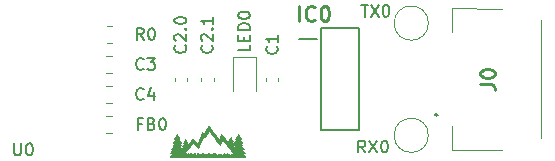
<source format=gbr>
%TF.GenerationSoftware,KiCad,Pcbnew,(5.1.0)-1*%
%TF.CreationDate,2024-04-08T09:54:17+02:00*%
%TF.ProjectId,USB-UART_RS422,5553422d-5541-4525-945f-52533432322e,rev?*%
%TF.SameCoordinates,Original*%
%TF.FileFunction,Legend,Top*%
%TF.FilePolarity,Positive*%
%FSLAX46Y46*%
G04 Gerber Fmt 4.6, Leading zero omitted, Abs format (unit mm)*
G04 Created by KiCad (PCBNEW (5.1.0)-1) date 2024-04-08 09:54:17*
%MOMM*%
%LPD*%
G04 APERTURE LIST*
%ADD10C,0.200000*%
%ADD11C,0.100000*%
%ADD12C,0.010000*%
%ADD13C,0.120000*%
%ADD14C,0.254000*%
%ADD15C,0.150000*%
G04 APERTURE END LIST*
D10*
%TO.C,J0*%
X151225000Y-99000000D02*
G75*
G02X151025000Y-99000000I-100000J0D01*
G01*
X151025000Y-99000000D02*
G75*
G02X151225000Y-99000000I100000J0D01*
G01*
X151025000Y-99000000D02*
X151025000Y-99000000D01*
X151225000Y-99000000D02*
X151225000Y-99000000D01*
D11*
X152425000Y-90025000D02*
X152425000Y-92000000D01*
X156725000Y-90025000D02*
X152425000Y-90000000D01*
X152425000Y-101975000D02*
X152425000Y-100000000D01*
X156725000Y-102000000D02*
X152425000Y-101975000D01*
X160025000Y-91000000D02*
X160025000Y-101000000D01*
D12*
%TO.C,G\002A\002A\002A*%
G36*
X131834491Y-99954492D02*
G01*
X131847320Y-99969528D01*
X131878191Y-100008924D01*
X131924955Y-100069849D01*
X131985465Y-100149472D01*
X132057575Y-100244961D01*
X132139136Y-100353485D01*
X132228003Y-100472212D01*
X132284639Y-100548111D01*
X132376587Y-100670805D01*
X132462487Y-100784148D01*
X132540222Y-100885438D01*
X132607672Y-100971972D01*
X132662720Y-101041049D01*
X132703247Y-101089968D01*
X132727134Y-101116026D01*
X132732685Y-101119491D01*
X132742157Y-101099217D01*
X132759638Y-101053010D01*
X132782848Y-100987201D01*
X132809508Y-100908123D01*
X132816800Y-100885933D01*
X132843955Y-100804462D01*
X132868218Y-100734634D01*
X132887319Y-100682768D01*
X132898990Y-100655181D01*
X132900545Y-100652746D01*
X132913599Y-100662134D01*
X132944719Y-100695069D01*
X132991192Y-100748358D01*
X133050303Y-100818804D01*
X133119338Y-100903214D01*
X133195583Y-100998393D01*
X133214777Y-101022640D01*
X133517219Y-101405587D01*
X133554899Y-101332027D01*
X133592580Y-101258467D01*
X133494628Y-101247891D01*
X133560208Y-101160046D01*
X133602688Y-101099057D01*
X133642643Y-101035015D01*
X133663220Y-100997655D01*
X133700653Y-100923109D01*
X133768112Y-101039988D01*
X133806700Y-101103018D01*
X133845623Y-101160369D01*
X133877075Y-101200603D01*
X133879687Y-101203434D01*
X133923803Y-101250000D01*
X133869835Y-101250000D01*
X133832800Y-101253108D01*
X133815962Y-101260657D01*
X133815866Y-101261331D01*
X133824641Y-101286284D01*
X133847340Y-101330001D01*
X133878529Y-101383461D01*
X133912773Y-101437639D01*
X133944637Y-101483513D01*
X133964193Y-101507567D01*
X134007192Y-101553467D01*
X133943808Y-101535966D01*
X133901178Y-101526860D01*
X133874294Y-101526055D01*
X133871454Y-101527434D01*
X133872944Y-101547076D01*
X133888538Y-101585293D01*
X133913277Y-101632667D01*
X133942203Y-101679781D01*
X133970358Y-101717217D01*
X133972786Y-101719900D01*
X134008037Y-101758000D01*
X133962752Y-101758000D01*
X133925880Y-101764630D01*
X133920266Y-101783227D01*
X133941351Y-101807542D01*
X133957768Y-101813219D01*
X133978357Y-101800879D01*
X134008185Y-101766355D01*
X134034106Y-101731187D01*
X134067065Y-101681528D01*
X134088540Y-101641989D01*
X134094118Y-101620758D01*
X134093889Y-101620305D01*
X134071803Y-101609125D01*
X134041713Y-101605600D01*
X133998625Y-101605600D01*
X134046946Y-101550413D01*
X134077746Y-101509283D01*
X134108280Y-101459088D01*
X134133982Y-101408849D01*
X134150284Y-101367587D01*
X134152619Y-101344322D01*
X134151828Y-101343250D01*
X134131885Y-101342104D01*
X134093447Y-101349763D01*
X134086800Y-101351600D01*
X134041225Y-101362166D01*
X134025266Y-101357392D01*
X134037289Y-101334992D01*
X134058011Y-101311323D01*
X134085596Y-101275509D01*
X134118863Y-101223908D01*
X134152604Y-101165803D01*
X134181612Y-101110480D01*
X134200681Y-101067221D01*
X134205333Y-101048663D01*
X134190854Y-101034538D01*
X134163000Y-101029867D01*
X134131140Y-101027239D01*
X134120667Y-101022211D01*
X134129641Y-101005652D01*
X134153401Y-100968749D01*
X134187199Y-100918826D01*
X134194754Y-100907911D01*
X134237448Y-100843649D01*
X134277682Y-100778382D01*
X134306280Y-100727114D01*
X134343719Y-100652961D01*
X134419592Y-100786381D01*
X134458856Y-100852160D01*
X134497474Y-100911375D01*
X134528879Y-100954121D01*
X134536903Y-100963308D01*
X134564205Y-100999597D01*
X134561403Y-101021097D01*
X134527936Y-101029573D01*
X134515778Y-101029867D01*
X134485296Y-101033138D01*
X134476267Y-101038816D01*
X134484820Y-101065399D01*
X134507109Y-101111299D01*
X134538076Y-101167661D01*
X134572662Y-101225628D01*
X134605812Y-101276344D01*
X134630294Y-101308534D01*
X134661347Y-101346241D01*
X134667473Y-101364028D01*
X134646297Y-101364882D01*
X134595810Y-101351890D01*
X134555827Y-101342521D01*
X134532641Y-101341030D01*
X134531283Y-101341739D01*
X134534071Y-101360026D01*
X134550143Y-101398115D01*
X134574804Y-101447109D01*
X134603360Y-101498112D01*
X134631114Y-101542226D01*
X134650419Y-101567500D01*
X134670205Y-101595405D01*
X134661849Y-101608114D01*
X134623466Y-101607780D01*
X134615967Y-101606864D01*
X134596461Y-101615731D01*
X134594800Y-101622720D01*
X134605263Y-101651537D01*
X134632747Y-101697399D01*
X134671393Y-101752382D01*
X134715343Y-101808562D01*
X134758738Y-101858013D01*
X134792702Y-101890403D01*
X134857267Y-101943131D01*
X134776833Y-101943699D01*
X134729944Y-101946429D01*
X134700988Y-101952735D01*
X134696463Y-101956967D01*
X134708007Y-101988843D01*
X134738970Y-102037044D01*
X134784174Y-102094620D01*
X134838438Y-102154621D01*
X134859607Y-102175879D01*
X134902704Y-102218518D01*
X134933642Y-102250212D01*
X134946914Y-102265292D01*
X134946924Y-102265817D01*
X134929311Y-102261229D01*
X134889668Y-102249685D01*
X134858809Y-102240417D01*
X134793166Y-102222269D01*
X134753522Y-102216576D01*
X134734423Y-102223239D01*
X134730267Y-102238078D01*
X134739881Y-102273590D01*
X134765455Y-102327248D01*
X134802083Y-102390523D01*
X134844861Y-102454882D01*
X134885009Y-102507213D01*
X134952268Y-102587559D01*
X131749522Y-102591879D01*
X131422756Y-102592291D01*
X131105112Y-102592633D01*
X130798242Y-102592908D01*
X130503798Y-102593114D01*
X130223432Y-102593254D01*
X129958798Y-102593328D01*
X129711546Y-102593335D01*
X129483330Y-102593278D01*
X129275802Y-102593157D01*
X129090613Y-102592972D01*
X128929417Y-102592724D01*
X128793866Y-102592414D01*
X128685611Y-102592042D01*
X128606305Y-102591609D01*
X128557601Y-102591117D01*
X128541155Y-102590578D01*
X128548768Y-102576761D01*
X128574486Y-102548163D01*
X128591504Y-102531311D01*
X128639843Y-102476397D01*
X128688257Y-102407406D01*
X128712468Y-102365459D01*
X129723303Y-102365459D01*
X129738919Y-102365010D01*
X129770339Y-102347022D01*
X129808546Y-102316800D01*
X129846944Y-102286146D01*
X129876333Y-102268064D01*
X129883497Y-102266000D01*
X129899520Y-102280299D01*
X129920044Y-102316380D01*
X129928718Y-102336301D01*
X129956847Y-102406602D01*
X130020171Y-102344768D01*
X130057801Y-102309857D01*
X130085575Y-102287436D01*
X130094178Y-102282934D01*
X130111688Y-102293847D01*
X130142811Y-102321213D01*
X130155661Y-102333734D01*
X130201038Y-102372054D01*
X130234867Y-102380495D01*
X130262784Y-102358362D01*
X130284816Y-102317800D01*
X130304724Y-102277006D01*
X130320262Y-102262167D01*
X130340251Y-102268047D01*
X130354050Y-102276712D01*
X130395256Y-102294228D01*
X130426303Y-102296879D01*
X130462519Y-102303579D01*
X130496055Y-102324515D01*
X130515819Y-102341385D01*
X130532987Y-102347847D01*
X130555457Y-102341928D01*
X130591129Y-102321654D01*
X130644097Y-102287521D01*
X130667979Y-102275034D01*
X130685048Y-102280195D01*
X130703782Y-102308238D01*
X130716193Y-102332021D01*
X130739333Y-102373466D01*
X130757657Y-102389855D01*
X130780129Y-102387067D01*
X130792251Y-102381915D01*
X130828613Y-102352749D01*
X130853594Y-102314240D01*
X130876151Y-102270298D01*
X130899546Y-102255840D01*
X130931778Y-102267252D01*
X130942610Y-102274022D01*
X130986819Y-102293437D01*
X131041930Y-102306179D01*
X131048922Y-102306996D01*
X131107699Y-102319762D01*
X131169865Y-102343026D01*
X131182359Y-102349213D01*
X131249719Y-102384818D01*
X131289329Y-102306879D01*
X131313200Y-102261983D01*
X131329271Y-102242812D01*
X131344667Y-102244694D01*
X131362216Y-102259056D01*
X131394007Y-102294349D01*
X131426824Y-102339934D01*
X131429510Y-102344212D01*
X131467138Y-102390964D01*
X131504292Y-102404759D01*
X131544989Y-102386206D01*
X131567728Y-102365191D01*
X131616394Y-102328051D01*
X131672279Y-102316810D01*
X131674402Y-102316800D01*
X131731782Y-102309246D01*
X131784058Y-102291301D01*
X131819062Y-102275651D01*
X131837760Y-102278263D01*
X131850384Y-102295534D01*
X131878427Y-102342087D01*
X131897370Y-102361886D01*
X131914100Y-102358033D01*
X131935363Y-102333814D01*
X131968077Y-102291561D01*
X132016598Y-102338047D01*
X132061403Y-102373635D01*
X132095798Y-102379864D01*
X132125769Y-102355407D01*
X132153081Y-102307767D01*
X132176822Y-102262911D01*
X132194806Y-102243670D01*
X132214019Y-102244279D01*
X132224188Y-102249096D01*
X132266353Y-102257899D01*
X132294008Y-102247920D01*
X132342846Y-102238650D01*
X132390481Y-102261280D01*
X132433507Y-102313913D01*
X132442720Y-102330702D01*
X132471185Y-102375757D01*
X132504747Y-102398680D01*
X132540776Y-102407648D01*
X132586916Y-102411436D01*
X132619247Y-102398782D01*
X132650222Y-102369056D01*
X132688726Y-102331641D01*
X132724712Y-102304039D01*
X132729341Y-102301361D01*
X132754010Y-102293592D01*
X132774624Y-102305887D01*
X132798935Y-102340693D01*
X132823934Y-102376961D01*
X132845206Y-102389114D01*
X132875235Y-102382774D01*
X132884679Y-102379295D01*
X132926674Y-102368850D01*
X132952664Y-102378278D01*
X132954844Y-102380338D01*
X132973413Y-102387054D01*
X133001532Y-102373354D01*
X133039796Y-102341628D01*
X133079210Y-102308240D01*
X133109031Y-102286979D01*
X133118512Y-102282934D01*
X133133711Y-102296767D01*
X133154986Y-102331335D01*
X133162067Y-102345438D01*
X133191873Y-102407942D01*
X133232925Y-102355487D01*
X133271477Y-102318038D01*
X133305739Y-102311347D01*
X133306609Y-102311565D01*
X133344627Y-102305351D01*
X133369650Y-102284583D01*
X133395505Y-102258491D01*
X133410929Y-102249067D01*
X133422738Y-102263415D01*
X133440601Y-102299928D01*
X133450900Y-102325267D01*
X133471987Y-102370532D01*
X133492028Y-102397990D01*
X133506507Y-102403054D01*
X133511067Y-102386345D01*
X133523674Y-102364815D01*
X133553898Y-102360765D01*
X133590339Y-102374210D01*
X133606008Y-102386232D01*
X133644885Y-102422755D01*
X133712081Y-102389509D01*
X133770205Y-102368098D01*
X133806360Y-102371420D01*
X133834701Y-102371577D01*
X133872105Y-102354995D01*
X133906758Y-102329453D01*
X133926847Y-102302729D01*
X133927771Y-102291473D01*
X133916317Y-102273882D01*
X133886510Y-102233641D01*
X133840929Y-102173992D01*
X133782153Y-102098175D01*
X133712759Y-102009432D01*
X133635328Y-101911004D01*
X133552437Y-101806134D01*
X133466665Y-101698062D01*
X133380591Y-101590030D01*
X133296793Y-101485279D01*
X133217851Y-101387051D01*
X133146342Y-101298586D01*
X133084846Y-101223128D01*
X133035941Y-101163916D01*
X133002206Y-101124193D01*
X132986218Y-101107200D01*
X132985350Y-101106827D01*
X132977070Y-101124029D01*
X132960619Y-101167593D01*
X132938110Y-101231611D01*
X132911657Y-101310179D01*
X132901212Y-101342001D01*
X132873787Y-101423952D01*
X132849328Y-101492994D01*
X132829972Y-101543396D01*
X132817854Y-101569425D01*
X132815582Y-101571733D01*
X132803543Y-101558600D01*
X132773369Y-101521011D01*
X132727140Y-101461684D01*
X132666936Y-101383334D01*
X132594835Y-101288680D01*
X132512919Y-101180436D01*
X132423266Y-101061321D01*
X132349386Y-100962722D01*
X132255072Y-100837132D01*
X132166704Y-100720470D01*
X132086382Y-100615431D01*
X132016201Y-100524712D01*
X131958259Y-100451008D01*
X131914654Y-100397016D01*
X131887482Y-100365431D01*
X131879044Y-100358085D01*
X131865827Y-100373251D01*
X131838129Y-100412748D01*
X131799015Y-100471940D01*
X131751553Y-100546191D01*
X131701064Y-100627198D01*
X131648565Y-100712040D01*
X131601802Y-100786898D01*
X131563799Y-100846987D01*
X131537582Y-100887523D01*
X131526344Y-100903567D01*
X131506228Y-100902697D01*
X131469559Y-100886670D01*
X131453667Y-100877467D01*
X131414653Y-100855874D01*
X131389198Y-100846468D01*
X131385267Y-100847088D01*
X131379225Y-100859056D01*
X131364954Y-100891652D01*
X131341874Y-100946286D01*
X131309404Y-101024366D01*
X131266961Y-101127298D01*
X131213966Y-101256492D01*
X131149836Y-101413355D01*
X131073990Y-101599295D01*
X131017848Y-101737114D01*
X130981535Y-101826294D01*
X130912801Y-101762781D01*
X130874660Y-101726902D01*
X130819280Y-101673990D01*
X130753609Y-101610720D01*
X130684595Y-101543763D01*
X130673118Y-101532579D01*
X130502169Y-101365889D01*
X130461451Y-101416360D01*
X130397223Y-101496284D01*
X130324126Y-101587768D01*
X130244993Y-101687216D01*
X130162659Y-101791031D01*
X130079956Y-101895617D01*
X129999719Y-101997375D01*
X129924780Y-102092709D01*
X129857975Y-102178023D01*
X129802137Y-102249720D01*
X129760099Y-102304202D01*
X129734695Y-102337873D01*
X129728709Y-102346434D01*
X129723303Y-102365459D01*
X128712468Y-102365459D01*
X128729411Y-102336107D01*
X128755973Y-102274269D01*
X128759451Y-102261767D01*
X128763440Y-102232558D01*
X128754440Y-102218211D01*
X128727024Y-102217745D01*
X128675762Y-102230182D01*
X128641191Y-102240417D01*
X128593132Y-102254759D01*
X128560740Y-102263980D01*
X128553076Y-102265817D01*
X128561783Y-102255097D01*
X128589351Y-102226529D01*
X128630275Y-102185786D01*
X128640393Y-102175879D01*
X128696684Y-102116733D01*
X128745815Y-102057459D01*
X128782608Y-102005009D01*
X128801883Y-101966332D01*
X128803537Y-101956967D01*
X128800191Y-101955308D01*
X129507338Y-101955308D01*
X129514799Y-101979758D01*
X129518081Y-101987039D01*
X129539695Y-102018678D01*
X129563509Y-102018308D01*
X129592989Y-101985681D01*
X129595849Y-101981439D01*
X129609893Y-101956885D01*
X129603264Y-101946548D01*
X129569969Y-101944289D01*
X129559562Y-101944267D01*
X129519964Y-101945844D01*
X129507338Y-101955308D01*
X128800191Y-101955308D01*
X128788382Y-101949454D01*
X128749759Y-101944605D01*
X128723167Y-101943699D01*
X128642733Y-101943131D01*
X128709205Y-101888873D01*
X128745228Y-101853697D01*
X128787664Y-101803915D01*
X128830696Y-101747531D01*
X128868508Y-101692551D01*
X128895280Y-101646981D01*
X128905200Y-101619166D01*
X128892111Y-101606961D01*
X128884033Y-101606864D01*
X128841498Y-101608776D01*
X128829241Y-101597934D01*
X128845378Y-101572183D01*
X128849580Y-101567500D01*
X128873016Y-101536094D01*
X128901207Y-101490304D01*
X128929461Y-101439027D01*
X128953080Y-101391160D01*
X128967370Y-101355601D01*
X128968717Y-101341739D01*
X128949855Y-101341627D01*
X128911880Y-101349757D01*
X128904190Y-101351890D01*
X128853508Y-101364918D01*
X128832488Y-101363980D01*
X128838757Y-101346091D01*
X128869705Y-101308534D01*
X128897216Y-101271965D01*
X128930728Y-101220152D01*
X128965184Y-101161952D01*
X128995527Y-101106221D01*
X129016699Y-101061814D01*
X129023733Y-101038816D01*
X129008992Y-101032528D01*
X128973483Y-101029867D01*
X128972933Y-101029867D01*
X128934037Y-101026182D01*
X128925036Y-101012108D01*
X128944564Y-100983117D01*
X128955267Y-100971380D01*
X128978442Y-100941540D01*
X129012860Y-100891043D01*
X129052753Y-100828516D01*
X129072868Y-100795570D01*
X129157336Y-100655029D01*
X129194247Y-100728148D01*
X129223156Y-100779870D01*
X129263261Y-100844785D01*
X129305246Y-100907911D01*
X129340483Y-100959561D01*
X129366633Y-100999657D01*
X129378948Y-101020876D01*
X129379333Y-101022211D01*
X129364597Y-101027606D01*
X129329138Y-101029867D01*
X129328896Y-101029867D01*
X129294525Y-101032142D01*
X129287235Y-101045698D01*
X129298641Y-101076434D01*
X129321261Y-101121985D01*
X129352552Y-101176781D01*
X129387548Y-101233132D01*
X129421277Y-101283350D01*
X129448771Y-101319744D01*
X129465061Y-101334625D01*
X129465518Y-101334667D01*
X129480330Y-101347742D01*
X129480933Y-101352741D01*
X129467607Y-101363336D01*
X129447066Y-101361208D01*
X129400305Y-101347942D01*
X129379333Y-101341992D01*
X129351099Y-101342379D01*
X129345466Y-101354943D01*
X129355015Y-101390384D01*
X129379552Y-101441334D01*
X129412915Y-101496853D01*
X129448940Y-101546000D01*
X129460435Y-101559033D01*
X129486395Y-101591300D01*
X129486359Y-101606357D01*
X129479868Y-101608179D01*
X129439868Y-101612253D01*
X129430133Y-101613204D01*
X129411976Y-101622623D01*
X129414092Y-101647842D01*
X129437462Y-101692374D01*
X129463026Y-101731185D01*
X129505719Y-101787659D01*
X129551297Y-101839109D01*
X129593569Y-101879441D01*
X129626344Y-101902561D01*
X129639982Y-101905362D01*
X129661488Y-101887584D01*
X129657430Y-101867439D01*
X129634744Y-101859600D01*
X129609166Y-101857306D01*
X129602554Y-101846521D01*
X129615900Y-101821395D01*
X129648550Y-101778174D01*
X129681300Y-101731143D01*
X129705029Y-101687558D01*
X129709666Y-101675335D01*
X129715154Y-101649620D01*
X129705198Y-101640737D01*
X129671997Y-101644376D01*
X129658228Y-101646911D01*
X129594758Y-101658818D01*
X129653844Y-101589789D01*
X129694491Y-101534987D01*
X129729033Y-101476136D01*
X129739503Y-101453113D01*
X129766075Y-101385467D01*
X129680114Y-101385467D01*
X129721876Y-101330434D01*
X129754327Y-101283772D01*
X129792205Y-101223867D01*
X129814092Y-101186744D01*
X129864547Y-101098087D01*
X129958383Y-101241777D01*
X130000215Y-101306552D01*
X130025092Y-101348246D01*
X130034906Y-101371915D01*
X130031548Y-101382618D01*
X130016909Y-101385411D01*
X130012110Y-101385467D01*
X129981329Y-101388357D01*
X129972000Y-101393481D01*
X129979235Y-101416046D01*
X129997067Y-101454256D01*
X130019685Y-101497216D01*
X130041278Y-101534028D01*
X130056035Y-101553797D01*
X130058031Y-101554800D01*
X130074165Y-101542447D01*
X130101918Y-101511122D01*
X130117435Y-101491300D01*
X130182599Y-101406009D01*
X130248897Y-101321303D01*
X130312918Y-101241323D01*
X130371246Y-101170211D01*
X130420470Y-101112108D01*
X130457174Y-101071154D01*
X130477946Y-101051492D01*
X130480851Y-101050418D01*
X130497221Y-101063332D01*
X130533063Y-101095372D01*
X130583530Y-101142094D01*
X130643773Y-101199055D01*
X130661629Y-101216134D01*
X130726243Y-101277871D01*
X130784756Y-101333378D01*
X130831468Y-101377274D01*
X130860681Y-101404182D01*
X130864047Y-101407162D01*
X130872743Y-101416034D01*
X130879739Y-101423364D01*
X130886421Y-101426358D01*
X130894178Y-101422220D01*
X130904394Y-101408153D01*
X130918458Y-101381363D01*
X130937755Y-101339054D01*
X130963673Y-101278430D01*
X130997598Y-101196695D01*
X131040917Y-101091055D01*
X131095017Y-100958713D01*
X131135192Y-100860533D01*
X131171555Y-100772020D01*
X131206145Y-100688312D01*
X131235597Y-100617514D01*
X131256548Y-100567732D01*
X131260383Y-100558779D01*
X131291946Y-100485625D01*
X131349005Y-100529146D01*
X131388257Y-100556243D01*
X131417536Y-100571462D01*
X131423089Y-100572667D01*
X131439830Y-100559204D01*
X131467249Y-100523935D01*
X131498908Y-100475300D01*
X131584860Y-100333275D01*
X131655108Y-100218002D01*
X131711195Y-100127087D01*
X131754663Y-100058137D01*
X131787056Y-100008756D01*
X131809915Y-99976551D01*
X131824784Y-99959127D01*
X131833205Y-99954091D01*
X131834491Y-99954492D01*
X131834491Y-99954492D01*
G37*
X131834491Y-99954492D02*
X131847320Y-99969528D01*
X131878191Y-100008924D01*
X131924955Y-100069849D01*
X131985465Y-100149472D01*
X132057575Y-100244961D01*
X132139136Y-100353485D01*
X132228003Y-100472212D01*
X132284639Y-100548111D01*
X132376587Y-100670805D01*
X132462487Y-100784148D01*
X132540222Y-100885438D01*
X132607672Y-100971972D01*
X132662720Y-101041049D01*
X132703247Y-101089968D01*
X132727134Y-101116026D01*
X132732685Y-101119491D01*
X132742157Y-101099217D01*
X132759638Y-101053010D01*
X132782848Y-100987201D01*
X132809508Y-100908123D01*
X132816800Y-100885933D01*
X132843955Y-100804462D01*
X132868218Y-100734634D01*
X132887319Y-100682768D01*
X132898990Y-100655181D01*
X132900545Y-100652746D01*
X132913599Y-100662134D01*
X132944719Y-100695069D01*
X132991192Y-100748358D01*
X133050303Y-100818804D01*
X133119338Y-100903214D01*
X133195583Y-100998393D01*
X133214777Y-101022640D01*
X133517219Y-101405587D01*
X133554899Y-101332027D01*
X133592580Y-101258467D01*
X133494628Y-101247891D01*
X133560208Y-101160046D01*
X133602688Y-101099057D01*
X133642643Y-101035015D01*
X133663220Y-100997655D01*
X133700653Y-100923109D01*
X133768112Y-101039988D01*
X133806700Y-101103018D01*
X133845623Y-101160369D01*
X133877075Y-101200603D01*
X133879687Y-101203434D01*
X133923803Y-101250000D01*
X133869835Y-101250000D01*
X133832800Y-101253108D01*
X133815962Y-101260657D01*
X133815866Y-101261331D01*
X133824641Y-101286284D01*
X133847340Y-101330001D01*
X133878529Y-101383461D01*
X133912773Y-101437639D01*
X133944637Y-101483513D01*
X133964193Y-101507567D01*
X134007192Y-101553467D01*
X133943808Y-101535966D01*
X133901178Y-101526860D01*
X133874294Y-101526055D01*
X133871454Y-101527434D01*
X133872944Y-101547076D01*
X133888538Y-101585293D01*
X133913277Y-101632667D01*
X133942203Y-101679781D01*
X133970358Y-101717217D01*
X133972786Y-101719900D01*
X134008037Y-101758000D01*
X133962752Y-101758000D01*
X133925880Y-101764630D01*
X133920266Y-101783227D01*
X133941351Y-101807542D01*
X133957768Y-101813219D01*
X133978357Y-101800879D01*
X134008185Y-101766355D01*
X134034106Y-101731187D01*
X134067065Y-101681528D01*
X134088540Y-101641989D01*
X134094118Y-101620758D01*
X134093889Y-101620305D01*
X134071803Y-101609125D01*
X134041713Y-101605600D01*
X133998625Y-101605600D01*
X134046946Y-101550413D01*
X134077746Y-101509283D01*
X134108280Y-101459088D01*
X134133982Y-101408849D01*
X134150284Y-101367587D01*
X134152619Y-101344322D01*
X134151828Y-101343250D01*
X134131885Y-101342104D01*
X134093447Y-101349763D01*
X134086800Y-101351600D01*
X134041225Y-101362166D01*
X134025266Y-101357392D01*
X134037289Y-101334992D01*
X134058011Y-101311323D01*
X134085596Y-101275509D01*
X134118863Y-101223908D01*
X134152604Y-101165803D01*
X134181612Y-101110480D01*
X134200681Y-101067221D01*
X134205333Y-101048663D01*
X134190854Y-101034538D01*
X134163000Y-101029867D01*
X134131140Y-101027239D01*
X134120667Y-101022211D01*
X134129641Y-101005652D01*
X134153401Y-100968749D01*
X134187199Y-100918826D01*
X134194754Y-100907911D01*
X134237448Y-100843649D01*
X134277682Y-100778382D01*
X134306280Y-100727114D01*
X134343719Y-100652961D01*
X134419592Y-100786381D01*
X134458856Y-100852160D01*
X134497474Y-100911375D01*
X134528879Y-100954121D01*
X134536903Y-100963308D01*
X134564205Y-100999597D01*
X134561403Y-101021097D01*
X134527936Y-101029573D01*
X134515778Y-101029867D01*
X134485296Y-101033138D01*
X134476267Y-101038816D01*
X134484820Y-101065399D01*
X134507109Y-101111299D01*
X134538076Y-101167661D01*
X134572662Y-101225628D01*
X134605812Y-101276344D01*
X134630294Y-101308534D01*
X134661347Y-101346241D01*
X134667473Y-101364028D01*
X134646297Y-101364882D01*
X134595810Y-101351890D01*
X134555827Y-101342521D01*
X134532641Y-101341030D01*
X134531283Y-101341739D01*
X134534071Y-101360026D01*
X134550143Y-101398115D01*
X134574804Y-101447109D01*
X134603360Y-101498112D01*
X134631114Y-101542226D01*
X134650419Y-101567500D01*
X134670205Y-101595405D01*
X134661849Y-101608114D01*
X134623466Y-101607780D01*
X134615967Y-101606864D01*
X134596461Y-101615731D01*
X134594800Y-101622720D01*
X134605263Y-101651537D01*
X134632747Y-101697399D01*
X134671393Y-101752382D01*
X134715343Y-101808562D01*
X134758738Y-101858013D01*
X134792702Y-101890403D01*
X134857267Y-101943131D01*
X134776833Y-101943699D01*
X134729944Y-101946429D01*
X134700988Y-101952735D01*
X134696463Y-101956967D01*
X134708007Y-101988843D01*
X134738970Y-102037044D01*
X134784174Y-102094620D01*
X134838438Y-102154621D01*
X134859607Y-102175879D01*
X134902704Y-102218518D01*
X134933642Y-102250212D01*
X134946914Y-102265292D01*
X134946924Y-102265817D01*
X134929311Y-102261229D01*
X134889668Y-102249685D01*
X134858809Y-102240417D01*
X134793166Y-102222269D01*
X134753522Y-102216576D01*
X134734423Y-102223239D01*
X134730267Y-102238078D01*
X134739881Y-102273590D01*
X134765455Y-102327248D01*
X134802083Y-102390523D01*
X134844861Y-102454882D01*
X134885009Y-102507213D01*
X134952268Y-102587559D01*
X131749522Y-102591879D01*
X131422756Y-102592291D01*
X131105112Y-102592633D01*
X130798242Y-102592908D01*
X130503798Y-102593114D01*
X130223432Y-102593254D01*
X129958798Y-102593328D01*
X129711546Y-102593335D01*
X129483330Y-102593278D01*
X129275802Y-102593157D01*
X129090613Y-102592972D01*
X128929417Y-102592724D01*
X128793866Y-102592414D01*
X128685611Y-102592042D01*
X128606305Y-102591609D01*
X128557601Y-102591117D01*
X128541155Y-102590578D01*
X128548768Y-102576761D01*
X128574486Y-102548163D01*
X128591504Y-102531311D01*
X128639843Y-102476397D01*
X128688257Y-102407406D01*
X128712468Y-102365459D01*
X129723303Y-102365459D01*
X129738919Y-102365010D01*
X129770339Y-102347022D01*
X129808546Y-102316800D01*
X129846944Y-102286146D01*
X129876333Y-102268064D01*
X129883497Y-102266000D01*
X129899520Y-102280299D01*
X129920044Y-102316380D01*
X129928718Y-102336301D01*
X129956847Y-102406602D01*
X130020171Y-102344768D01*
X130057801Y-102309857D01*
X130085575Y-102287436D01*
X130094178Y-102282934D01*
X130111688Y-102293847D01*
X130142811Y-102321213D01*
X130155661Y-102333734D01*
X130201038Y-102372054D01*
X130234867Y-102380495D01*
X130262784Y-102358362D01*
X130284816Y-102317800D01*
X130304724Y-102277006D01*
X130320262Y-102262167D01*
X130340251Y-102268047D01*
X130354050Y-102276712D01*
X130395256Y-102294228D01*
X130426303Y-102296879D01*
X130462519Y-102303579D01*
X130496055Y-102324515D01*
X130515819Y-102341385D01*
X130532987Y-102347847D01*
X130555457Y-102341928D01*
X130591129Y-102321654D01*
X130644097Y-102287521D01*
X130667979Y-102275034D01*
X130685048Y-102280195D01*
X130703782Y-102308238D01*
X130716193Y-102332021D01*
X130739333Y-102373466D01*
X130757657Y-102389855D01*
X130780129Y-102387067D01*
X130792251Y-102381915D01*
X130828613Y-102352749D01*
X130853594Y-102314240D01*
X130876151Y-102270298D01*
X130899546Y-102255840D01*
X130931778Y-102267252D01*
X130942610Y-102274022D01*
X130986819Y-102293437D01*
X131041930Y-102306179D01*
X131048922Y-102306996D01*
X131107699Y-102319762D01*
X131169865Y-102343026D01*
X131182359Y-102349213D01*
X131249719Y-102384818D01*
X131289329Y-102306879D01*
X131313200Y-102261983D01*
X131329271Y-102242812D01*
X131344667Y-102244694D01*
X131362216Y-102259056D01*
X131394007Y-102294349D01*
X131426824Y-102339934D01*
X131429510Y-102344212D01*
X131467138Y-102390964D01*
X131504292Y-102404759D01*
X131544989Y-102386206D01*
X131567728Y-102365191D01*
X131616394Y-102328051D01*
X131672279Y-102316810D01*
X131674402Y-102316800D01*
X131731782Y-102309246D01*
X131784058Y-102291301D01*
X131819062Y-102275651D01*
X131837760Y-102278263D01*
X131850384Y-102295534D01*
X131878427Y-102342087D01*
X131897370Y-102361886D01*
X131914100Y-102358033D01*
X131935363Y-102333814D01*
X131968077Y-102291561D01*
X132016598Y-102338047D01*
X132061403Y-102373635D01*
X132095798Y-102379864D01*
X132125769Y-102355407D01*
X132153081Y-102307767D01*
X132176822Y-102262911D01*
X132194806Y-102243670D01*
X132214019Y-102244279D01*
X132224188Y-102249096D01*
X132266353Y-102257899D01*
X132294008Y-102247920D01*
X132342846Y-102238650D01*
X132390481Y-102261280D01*
X132433507Y-102313913D01*
X132442720Y-102330702D01*
X132471185Y-102375757D01*
X132504747Y-102398680D01*
X132540776Y-102407648D01*
X132586916Y-102411436D01*
X132619247Y-102398782D01*
X132650222Y-102369056D01*
X132688726Y-102331641D01*
X132724712Y-102304039D01*
X132729341Y-102301361D01*
X132754010Y-102293592D01*
X132774624Y-102305887D01*
X132798935Y-102340693D01*
X132823934Y-102376961D01*
X132845206Y-102389114D01*
X132875235Y-102382774D01*
X132884679Y-102379295D01*
X132926674Y-102368850D01*
X132952664Y-102378278D01*
X132954844Y-102380338D01*
X132973413Y-102387054D01*
X133001532Y-102373354D01*
X133039796Y-102341628D01*
X133079210Y-102308240D01*
X133109031Y-102286979D01*
X133118512Y-102282934D01*
X133133711Y-102296767D01*
X133154986Y-102331335D01*
X133162067Y-102345438D01*
X133191873Y-102407942D01*
X133232925Y-102355487D01*
X133271477Y-102318038D01*
X133305739Y-102311347D01*
X133306609Y-102311565D01*
X133344627Y-102305351D01*
X133369650Y-102284583D01*
X133395505Y-102258491D01*
X133410929Y-102249067D01*
X133422738Y-102263415D01*
X133440601Y-102299928D01*
X133450900Y-102325267D01*
X133471987Y-102370532D01*
X133492028Y-102397990D01*
X133506507Y-102403054D01*
X133511067Y-102386345D01*
X133523674Y-102364815D01*
X133553898Y-102360765D01*
X133590339Y-102374210D01*
X133606008Y-102386232D01*
X133644885Y-102422755D01*
X133712081Y-102389509D01*
X133770205Y-102368098D01*
X133806360Y-102371420D01*
X133834701Y-102371577D01*
X133872105Y-102354995D01*
X133906758Y-102329453D01*
X133926847Y-102302729D01*
X133927771Y-102291473D01*
X133916317Y-102273882D01*
X133886510Y-102233641D01*
X133840929Y-102173992D01*
X133782153Y-102098175D01*
X133712759Y-102009432D01*
X133635328Y-101911004D01*
X133552437Y-101806134D01*
X133466665Y-101698062D01*
X133380591Y-101590030D01*
X133296793Y-101485279D01*
X133217851Y-101387051D01*
X133146342Y-101298586D01*
X133084846Y-101223128D01*
X133035941Y-101163916D01*
X133002206Y-101124193D01*
X132986218Y-101107200D01*
X132985350Y-101106827D01*
X132977070Y-101124029D01*
X132960619Y-101167593D01*
X132938110Y-101231611D01*
X132911657Y-101310179D01*
X132901212Y-101342001D01*
X132873787Y-101423952D01*
X132849328Y-101492994D01*
X132829972Y-101543396D01*
X132817854Y-101569425D01*
X132815582Y-101571733D01*
X132803543Y-101558600D01*
X132773369Y-101521011D01*
X132727140Y-101461684D01*
X132666936Y-101383334D01*
X132594835Y-101288680D01*
X132512919Y-101180436D01*
X132423266Y-101061321D01*
X132349386Y-100962722D01*
X132255072Y-100837132D01*
X132166704Y-100720470D01*
X132086382Y-100615431D01*
X132016201Y-100524712D01*
X131958259Y-100451008D01*
X131914654Y-100397016D01*
X131887482Y-100365431D01*
X131879044Y-100358085D01*
X131865827Y-100373251D01*
X131838129Y-100412748D01*
X131799015Y-100471940D01*
X131751553Y-100546191D01*
X131701064Y-100627198D01*
X131648565Y-100712040D01*
X131601802Y-100786898D01*
X131563799Y-100846987D01*
X131537582Y-100887523D01*
X131526344Y-100903567D01*
X131506228Y-100902697D01*
X131469559Y-100886670D01*
X131453667Y-100877467D01*
X131414653Y-100855874D01*
X131389198Y-100846468D01*
X131385267Y-100847088D01*
X131379225Y-100859056D01*
X131364954Y-100891652D01*
X131341874Y-100946286D01*
X131309404Y-101024366D01*
X131266961Y-101127298D01*
X131213966Y-101256492D01*
X131149836Y-101413355D01*
X131073990Y-101599295D01*
X131017848Y-101737114D01*
X130981535Y-101826294D01*
X130912801Y-101762781D01*
X130874660Y-101726902D01*
X130819280Y-101673990D01*
X130753609Y-101610720D01*
X130684595Y-101543763D01*
X130673118Y-101532579D01*
X130502169Y-101365889D01*
X130461451Y-101416360D01*
X130397223Y-101496284D01*
X130324126Y-101587768D01*
X130244993Y-101687216D01*
X130162659Y-101791031D01*
X130079956Y-101895617D01*
X129999719Y-101997375D01*
X129924780Y-102092709D01*
X129857975Y-102178023D01*
X129802137Y-102249720D01*
X129760099Y-102304202D01*
X129734695Y-102337873D01*
X129728709Y-102346434D01*
X129723303Y-102365459D01*
X128712468Y-102365459D01*
X128729411Y-102336107D01*
X128755973Y-102274269D01*
X128759451Y-102261767D01*
X128763440Y-102232558D01*
X128754440Y-102218211D01*
X128727024Y-102217745D01*
X128675762Y-102230182D01*
X128641191Y-102240417D01*
X128593132Y-102254759D01*
X128560740Y-102263980D01*
X128553076Y-102265817D01*
X128561783Y-102255097D01*
X128589351Y-102226529D01*
X128630275Y-102185786D01*
X128640393Y-102175879D01*
X128696684Y-102116733D01*
X128745815Y-102057459D01*
X128782608Y-102005009D01*
X128801883Y-101966332D01*
X128803537Y-101956967D01*
X128800191Y-101955308D01*
X129507338Y-101955308D01*
X129514799Y-101979758D01*
X129518081Y-101987039D01*
X129539695Y-102018678D01*
X129563509Y-102018308D01*
X129592989Y-101985681D01*
X129595849Y-101981439D01*
X129609893Y-101956885D01*
X129603264Y-101946548D01*
X129569969Y-101944289D01*
X129559562Y-101944267D01*
X129519964Y-101945844D01*
X129507338Y-101955308D01*
X128800191Y-101955308D01*
X128788382Y-101949454D01*
X128749759Y-101944605D01*
X128723167Y-101943699D01*
X128642733Y-101943131D01*
X128709205Y-101888873D01*
X128745228Y-101853697D01*
X128787664Y-101803915D01*
X128830696Y-101747531D01*
X128868508Y-101692551D01*
X128895280Y-101646981D01*
X128905200Y-101619166D01*
X128892111Y-101606961D01*
X128884033Y-101606864D01*
X128841498Y-101608776D01*
X128829241Y-101597934D01*
X128845378Y-101572183D01*
X128849580Y-101567500D01*
X128873016Y-101536094D01*
X128901207Y-101490304D01*
X128929461Y-101439027D01*
X128953080Y-101391160D01*
X128967370Y-101355601D01*
X128968717Y-101341739D01*
X128949855Y-101341627D01*
X128911880Y-101349757D01*
X128904190Y-101351890D01*
X128853508Y-101364918D01*
X128832488Y-101363980D01*
X128838757Y-101346091D01*
X128869705Y-101308534D01*
X128897216Y-101271965D01*
X128930728Y-101220152D01*
X128965184Y-101161952D01*
X128995527Y-101106221D01*
X129016699Y-101061814D01*
X129023733Y-101038816D01*
X129008992Y-101032528D01*
X128973483Y-101029867D01*
X128972933Y-101029867D01*
X128934037Y-101026182D01*
X128925036Y-101012108D01*
X128944564Y-100983117D01*
X128955267Y-100971380D01*
X128978442Y-100941540D01*
X129012860Y-100891043D01*
X129052753Y-100828516D01*
X129072868Y-100795570D01*
X129157336Y-100655029D01*
X129194247Y-100728148D01*
X129223156Y-100779870D01*
X129263261Y-100844785D01*
X129305246Y-100907911D01*
X129340483Y-100959561D01*
X129366633Y-100999657D01*
X129378948Y-101020876D01*
X129379333Y-101022211D01*
X129364597Y-101027606D01*
X129329138Y-101029867D01*
X129328896Y-101029867D01*
X129294525Y-101032142D01*
X129287235Y-101045698D01*
X129298641Y-101076434D01*
X129321261Y-101121985D01*
X129352552Y-101176781D01*
X129387548Y-101233132D01*
X129421277Y-101283350D01*
X129448771Y-101319744D01*
X129465061Y-101334625D01*
X129465518Y-101334667D01*
X129480330Y-101347742D01*
X129480933Y-101352741D01*
X129467607Y-101363336D01*
X129447066Y-101361208D01*
X129400305Y-101347942D01*
X129379333Y-101341992D01*
X129351099Y-101342379D01*
X129345466Y-101354943D01*
X129355015Y-101390384D01*
X129379552Y-101441334D01*
X129412915Y-101496853D01*
X129448940Y-101546000D01*
X129460435Y-101559033D01*
X129486395Y-101591300D01*
X129486359Y-101606357D01*
X129479868Y-101608179D01*
X129439868Y-101612253D01*
X129430133Y-101613204D01*
X129411976Y-101622623D01*
X129414092Y-101647842D01*
X129437462Y-101692374D01*
X129463026Y-101731185D01*
X129505719Y-101787659D01*
X129551297Y-101839109D01*
X129593569Y-101879441D01*
X129626344Y-101902561D01*
X129639982Y-101905362D01*
X129661488Y-101887584D01*
X129657430Y-101867439D01*
X129634744Y-101859600D01*
X129609166Y-101857306D01*
X129602554Y-101846521D01*
X129615900Y-101821395D01*
X129648550Y-101778174D01*
X129681300Y-101731143D01*
X129705029Y-101687558D01*
X129709666Y-101675335D01*
X129715154Y-101649620D01*
X129705198Y-101640737D01*
X129671997Y-101644376D01*
X129658228Y-101646911D01*
X129594758Y-101658818D01*
X129653844Y-101589789D01*
X129694491Y-101534987D01*
X129729033Y-101476136D01*
X129739503Y-101453113D01*
X129766075Y-101385467D01*
X129680114Y-101385467D01*
X129721876Y-101330434D01*
X129754327Y-101283772D01*
X129792205Y-101223867D01*
X129814092Y-101186744D01*
X129864547Y-101098087D01*
X129958383Y-101241777D01*
X130000215Y-101306552D01*
X130025092Y-101348246D01*
X130034906Y-101371915D01*
X130031548Y-101382618D01*
X130016909Y-101385411D01*
X130012110Y-101385467D01*
X129981329Y-101388357D01*
X129972000Y-101393481D01*
X129979235Y-101416046D01*
X129997067Y-101454256D01*
X130019685Y-101497216D01*
X130041278Y-101534028D01*
X130056035Y-101553797D01*
X130058031Y-101554800D01*
X130074165Y-101542447D01*
X130101918Y-101511122D01*
X130117435Y-101491300D01*
X130182599Y-101406009D01*
X130248897Y-101321303D01*
X130312918Y-101241323D01*
X130371246Y-101170211D01*
X130420470Y-101112108D01*
X130457174Y-101071154D01*
X130477946Y-101051492D01*
X130480851Y-101050418D01*
X130497221Y-101063332D01*
X130533063Y-101095372D01*
X130583530Y-101142094D01*
X130643773Y-101199055D01*
X130661629Y-101216134D01*
X130726243Y-101277871D01*
X130784756Y-101333378D01*
X130831468Y-101377274D01*
X130860681Y-101404182D01*
X130864047Y-101407162D01*
X130872743Y-101416034D01*
X130879739Y-101423364D01*
X130886421Y-101426358D01*
X130894178Y-101422220D01*
X130904394Y-101408153D01*
X130918458Y-101381363D01*
X130937755Y-101339054D01*
X130963673Y-101278430D01*
X130997598Y-101196695D01*
X131040917Y-101091055D01*
X131095017Y-100958713D01*
X131135192Y-100860533D01*
X131171555Y-100772020D01*
X131206145Y-100688312D01*
X131235597Y-100617514D01*
X131256548Y-100567732D01*
X131260383Y-100558779D01*
X131291946Y-100485625D01*
X131349005Y-100529146D01*
X131388257Y-100556243D01*
X131417536Y-100571462D01*
X131423089Y-100572667D01*
X131439830Y-100559204D01*
X131467249Y-100523935D01*
X131498908Y-100475300D01*
X131584860Y-100333275D01*
X131655108Y-100218002D01*
X131711195Y-100127087D01*
X131754663Y-100058137D01*
X131787056Y-100008756D01*
X131809915Y-99976551D01*
X131824784Y-99959127D01*
X131833205Y-99954091D01*
X131834491Y-99954492D01*
D13*
%TO.C,C1*%
X136740000Y-96146267D02*
X136740000Y-95853733D01*
X137760000Y-96146267D02*
X137760000Y-95853733D01*
%TO.C,C2.0*%
X130050000Y-96146267D02*
X130050000Y-95853733D01*
X129030000Y-96146267D02*
X129030000Y-95853733D01*
%TO.C,C2.1*%
X131240000Y-96146267D02*
X131240000Y-95853733D01*
X132260000Y-96146267D02*
X132260000Y-95853733D01*
%TO.C,C3*%
X123683752Y-94015000D02*
X123161248Y-94015000D01*
X123683752Y-95485000D02*
X123161248Y-95485000D01*
%TO.C,C4*%
X123161248Y-96555000D02*
X123683752Y-96555000D01*
X123161248Y-98025000D02*
X123683752Y-98025000D01*
%TO.C,FB0*%
X123696252Y-100540000D02*
X123173748Y-100540000D01*
X123696252Y-99120000D02*
X123173748Y-99120000D01*
D10*
%TO.C,IC0*%
X141400000Y-91676000D02*
X144600000Y-91676000D01*
X144600000Y-91676000D02*
X144600000Y-100324000D01*
X144600000Y-100324000D02*
X141400000Y-100324000D01*
X141400000Y-100324000D02*
X141400000Y-91676000D01*
X139525000Y-92575000D02*
X141050000Y-92575000D01*
D13*
%TO.C,LED0*%
X135850000Y-97000000D02*
X135850000Y-94140000D01*
X135850000Y-94140000D02*
X133930000Y-94140000D01*
X133930000Y-94140000D02*
X133930000Y-97000000D01*
%TO.C,R0*%
X123232936Y-91475000D02*
X123687064Y-91475000D01*
X123232936Y-92945000D02*
X123687064Y-92945000D01*
%TO.C,RX0*%
X150450000Y-100750000D02*
G75*
G03X150450000Y-100750000I-1450000J0D01*
G01*
%TO.C,TX0*%
X150450000Y-91250000D02*
G75*
G03X150450000Y-91250000I-1450000J0D01*
G01*
%TO.C,J0*%
D14*
X154829523Y-96423333D02*
X155736666Y-96423333D01*
X155918095Y-96483809D01*
X156039047Y-96604761D01*
X156099523Y-96786190D01*
X156099523Y-96907142D01*
X154829523Y-95576666D02*
X154829523Y-95455714D01*
X154890000Y-95334761D01*
X154950476Y-95274285D01*
X155071428Y-95213809D01*
X155313333Y-95153333D01*
X155615714Y-95153333D01*
X155857619Y-95213809D01*
X155978571Y-95274285D01*
X156039047Y-95334761D01*
X156099523Y-95455714D01*
X156099523Y-95576666D01*
X156039047Y-95697619D01*
X155978571Y-95758095D01*
X155857619Y-95818571D01*
X155615714Y-95879047D01*
X155313333Y-95879047D01*
X155071428Y-95818571D01*
X154950476Y-95758095D01*
X154890000Y-95697619D01*
X154829523Y-95576666D01*
%TO.C,C1*%
D15*
X137607142Y-93219166D02*
X137654761Y-93266785D01*
X137702380Y-93409642D01*
X137702380Y-93504880D01*
X137654761Y-93647738D01*
X137559523Y-93742976D01*
X137464285Y-93790595D01*
X137273809Y-93838214D01*
X137130952Y-93838214D01*
X136940476Y-93790595D01*
X136845238Y-93742976D01*
X136750000Y-93647738D01*
X136702380Y-93504880D01*
X136702380Y-93409642D01*
X136750000Y-93266785D01*
X136797619Y-93219166D01*
X137702380Y-92266785D02*
X137702380Y-92838214D01*
X137702380Y-92552500D02*
X136702380Y-92552500D01*
X136845238Y-92647738D01*
X136940476Y-92742976D01*
X136988095Y-92838214D01*
%TO.C,C2.0*%
X129857142Y-93130952D02*
X129904761Y-93178571D01*
X129952380Y-93321428D01*
X129952380Y-93416666D01*
X129904761Y-93559523D01*
X129809523Y-93654761D01*
X129714285Y-93702380D01*
X129523809Y-93750000D01*
X129380952Y-93750000D01*
X129190476Y-93702380D01*
X129095238Y-93654761D01*
X129000000Y-93559523D01*
X128952380Y-93416666D01*
X128952380Y-93321428D01*
X129000000Y-93178571D01*
X129047619Y-93130952D01*
X129047619Y-92750000D02*
X129000000Y-92702380D01*
X128952380Y-92607142D01*
X128952380Y-92369047D01*
X129000000Y-92273809D01*
X129047619Y-92226190D01*
X129142857Y-92178571D01*
X129238095Y-92178571D01*
X129380952Y-92226190D01*
X129952380Y-92797619D01*
X129952380Y-92178571D01*
X129857142Y-91750000D02*
X129904761Y-91702380D01*
X129952380Y-91750000D01*
X129904761Y-91797619D01*
X129857142Y-91750000D01*
X129952380Y-91750000D01*
X128952380Y-91083333D02*
X128952380Y-90988095D01*
X129000000Y-90892857D01*
X129047619Y-90845238D01*
X129142857Y-90797619D01*
X129333333Y-90750000D01*
X129571428Y-90750000D01*
X129761904Y-90797619D01*
X129857142Y-90845238D01*
X129904761Y-90892857D01*
X129952380Y-90988095D01*
X129952380Y-91083333D01*
X129904761Y-91178571D01*
X129857142Y-91226190D01*
X129761904Y-91273809D01*
X129571428Y-91321428D01*
X129333333Y-91321428D01*
X129142857Y-91273809D01*
X129047619Y-91226190D01*
X129000000Y-91178571D01*
X128952380Y-91083333D01*
%TO.C,C2.1*%
X132107142Y-93130952D02*
X132154761Y-93178571D01*
X132202380Y-93321428D01*
X132202380Y-93416666D01*
X132154761Y-93559523D01*
X132059523Y-93654761D01*
X131964285Y-93702380D01*
X131773809Y-93750000D01*
X131630952Y-93750000D01*
X131440476Y-93702380D01*
X131345238Y-93654761D01*
X131250000Y-93559523D01*
X131202380Y-93416666D01*
X131202380Y-93321428D01*
X131250000Y-93178571D01*
X131297619Y-93130952D01*
X131297619Y-92750000D02*
X131250000Y-92702380D01*
X131202380Y-92607142D01*
X131202380Y-92369047D01*
X131250000Y-92273809D01*
X131297619Y-92226190D01*
X131392857Y-92178571D01*
X131488095Y-92178571D01*
X131630952Y-92226190D01*
X132202380Y-92797619D01*
X132202380Y-92178571D01*
X132107142Y-91750000D02*
X132154761Y-91702380D01*
X132202380Y-91750000D01*
X132154761Y-91797619D01*
X132107142Y-91750000D01*
X132202380Y-91750000D01*
X132202380Y-90750000D02*
X132202380Y-91321428D01*
X132202380Y-91035714D02*
X131202380Y-91035714D01*
X131345238Y-91130952D01*
X131440476Y-91226190D01*
X131488095Y-91321428D01*
%TO.C,C3*%
X126333333Y-95107142D02*
X126285714Y-95154761D01*
X126142857Y-95202380D01*
X126047619Y-95202380D01*
X125904761Y-95154761D01*
X125809523Y-95059523D01*
X125761904Y-94964285D01*
X125714285Y-94773809D01*
X125714285Y-94630952D01*
X125761904Y-94440476D01*
X125809523Y-94345238D01*
X125904761Y-94250000D01*
X126047619Y-94202380D01*
X126142857Y-94202380D01*
X126285714Y-94250000D01*
X126333333Y-94297619D01*
X126666666Y-94202380D02*
X127285714Y-94202380D01*
X126952380Y-94583333D01*
X127095238Y-94583333D01*
X127190476Y-94630952D01*
X127238095Y-94678571D01*
X127285714Y-94773809D01*
X127285714Y-95011904D01*
X127238095Y-95107142D01*
X127190476Y-95154761D01*
X127095238Y-95202380D01*
X126809523Y-95202380D01*
X126714285Y-95154761D01*
X126666666Y-95107142D01*
%TO.C,C4*%
X126333333Y-97647142D02*
X126285714Y-97694761D01*
X126142857Y-97742380D01*
X126047619Y-97742380D01*
X125904761Y-97694761D01*
X125809523Y-97599523D01*
X125761904Y-97504285D01*
X125714285Y-97313809D01*
X125714285Y-97170952D01*
X125761904Y-96980476D01*
X125809523Y-96885238D01*
X125904761Y-96790000D01*
X126047619Y-96742380D01*
X126142857Y-96742380D01*
X126285714Y-96790000D01*
X126333333Y-96837619D01*
X127190476Y-97075714D02*
X127190476Y-97742380D01*
X126952380Y-96694761D02*
X126714285Y-97409047D01*
X127333333Y-97409047D01*
%TO.C,FB0*%
X126166666Y-99758571D02*
X125833333Y-99758571D01*
X125833333Y-100282380D02*
X125833333Y-99282380D01*
X126309523Y-99282380D01*
X127023809Y-99758571D02*
X127166666Y-99806190D01*
X127214285Y-99853809D01*
X127261904Y-99949047D01*
X127261904Y-100091904D01*
X127214285Y-100187142D01*
X127166666Y-100234761D01*
X127071428Y-100282380D01*
X126690476Y-100282380D01*
X126690476Y-99282380D01*
X127023809Y-99282380D01*
X127119047Y-99330000D01*
X127166666Y-99377619D01*
X127214285Y-99472857D01*
X127214285Y-99568095D01*
X127166666Y-99663333D01*
X127119047Y-99710952D01*
X127023809Y-99758571D01*
X126690476Y-99758571D01*
X127880952Y-99282380D02*
X127976190Y-99282380D01*
X128071428Y-99330000D01*
X128119047Y-99377619D01*
X128166666Y-99472857D01*
X128214285Y-99663333D01*
X128214285Y-99901428D01*
X128166666Y-100091904D01*
X128119047Y-100187142D01*
X128071428Y-100234761D01*
X127976190Y-100282380D01*
X127880952Y-100282380D01*
X127785714Y-100234761D01*
X127738095Y-100187142D01*
X127690476Y-100091904D01*
X127642857Y-99901428D01*
X127642857Y-99663333D01*
X127690476Y-99472857D01*
X127738095Y-99377619D01*
X127785714Y-99330000D01*
X127880952Y-99282380D01*
%TO.C,IC0*%
D14*
X139510238Y-91074523D02*
X139510238Y-89804523D01*
X140840714Y-90953571D02*
X140780238Y-91014047D01*
X140598809Y-91074523D01*
X140477857Y-91074523D01*
X140296428Y-91014047D01*
X140175476Y-90893095D01*
X140115000Y-90772142D01*
X140054523Y-90530238D01*
X140054523Y-90348809D01*
X140115000Y-90106904D01*
X140175476Y-89985952D01*
X140296428Y-89865000D01*
X140477857Y-89804523D01*
X140598809Y-89804523D01*
X140780238Y-89865000D01*
X140840714Y-89925476D01*
X141626904Y-89804523D02*
X141747857Y-89804523D01*
X141868809Y-89865000D01*
X141929285Y-89925476D01*
X141989761Y-90046428D01*
X142050238Y-90288333D01*
X142050238Y-90590714D01*
X141989761Y-90832619D01*
X141929285Y-90953571D01*
X141868809Y-91014047D01*
X141747857Y-91074523D01*
X141626904Y-91074523D01*
X141505952Y-91014047D01*
X141445476Y-90953571D01*
X141385000Y-90832619D01*
X141324523Y-90590714D01*
X141324523Y-90288333D01*
X141385000Y-90046428D01*
X141445476Y-89925476D01*
X141505952Y-89865000D01*
X141626904Y-89804523D01*
%TO.C,LED0*%
D15*
X135342380Y-93064047D02*
X135342380Y-93540238D01*
X134342380Y-93540238D01*
X134818571Y-92730714D02*
X134818571Y-92397380D01*
X135342380Y-92254523D02*
X135342380Y-92730714D01*
X134342380Y-92730714D01*
X134342380Y-92254523D01*
X135342380Y-91825952D02*
X134342380Y-91825952D01*
X134342380Y-91587857D01*
X134390000Y-91445000D01*
X134485238Y-91349761D01*
X134580476Y-91302142D01*
X134770952Y-91254523D01*
X134913809Y-91254523D01*
X135104285Y-91302142D01*
X135199523Y-91349761D01*
X135294761Y-91445000D01*
X135342380Y-91587857D01*
X135342380Y-91825952D01*
X134342380Y-90635476D02*
X134342380Y-90540238D01*
X134390000Y-90445000D01*
X134437619Y-90397380D01*
X134532857Y-90349761D01*
X134723333Y-90302142D01*
X134961428Y-90302142D01*
X135151904Y-90349761D01*
X135247142Y-90397380D01*
X135294761Y-90445000D01*
X135342380Y-90540238D01*
X135342380Y-90635476D01*
X135294761Y-90730714D01*
X135247142Y-90778333D01*
X135151904Y-90825952D01*
X134961428Y-90873571D01*
X134723333Y-90873571D01*
X134532857Y-90825952D01*
X134437619Y-90778333D01*
X134390000Y-90730714D01*
X134342380Y-90635476D01*
%TO.C,R0*%
X126333333Y-92662380D02*
X126000000Y-92186190D01*
X125761904Y-92662380D02*
X125761904Y-91662380D01*
X126142857Y-91662380D01*
X126238095Y-91710000D01*
X126285714Y-91757619D01*
X126333333Y-91852857D01*
X126333333Y-91995714D01*
X126285714Y-92090952D01*
X126238095Y-92138571D01*
X126142857Y-92186190D01*
X125761904Y-92186190D01*
X126952380Y-91662380D02*
X127047619Y-91662380D01*
X127142857Y-91710000D01*
X127190476Y-91757619D01*
X127238095Y-91852857D01*
X127285714Y-92043333D01*
X127285714Y-92281428D01*
X127238095Y-92471904D01*
X127190476Y-92567142D01*
X127142857Y-92614761D01*
X127047619Y-92662380D01*
X126952380Y-92662380D01*
X126857142Y-92614761D01*
X126809523Y-92567142D01*
X126761904Y-92471904D01*
X126714285Y-92281428D01*
X126714285Y-92043333D01*
X126761904Y-91852857D01*
X126809523Y-91757619D01*
X126857142Y-91710000D01*
X126952380Y-91662380D01*
%TO.C,RX0*%
X145107142Y-102202380D02*
X144773809Y-101726190D01*
X144535714Y-102202380D02*
X144535714Y-101202380D01*
X144916666Y-101202380D01*
X145011904Y-101250000D01*
X145059523Y-101297619D01*
X145107142Y-101392857D01*
X145107142Y-101535714D01*
X145059523Y-101630952D01*
X145011904Y-101678571D01*
X144916666Y-101726190D01*
X144535714Y-101726190D01*
X145440476Y-101202380D02*
X146107142Y-102202380D01*
X146107142Y-101202380D02*
X145440476Y-102202380D01*
X146678571Y-101202380D02*
X146773809Y-101202380D01*
X146869047Y-101250000D01*
X146916666Y-101297619D01*
X146964285Y-101392857D01*
X147011904Y-101583333D01*
X147011904Y-101821428D01*
X146964285Y-102011904D01*
X146916666Y-102107142D01*
X146869047Y-102154761D01*
X146773809Y-102202380D01*
X146678571Y-102202380D01*
X146583333Y-102154761D01*
X146535714Y-102107142D01*
X146488095Y-102011904D01*
X146440476Y-101821428D01*
X146440476Y-101583333D01*
X146488095Y-101392857D01*
X146535714Y-101297619D01*
X146583333Y-101250000D01*
X146678571Y-101202380D01*
%TO.C,TX0*%
X144761904Y-89702380D02*
X145333333Y-89702380D01*
X145047619Y-90702380D02*
X145047619Y-89702380D01*
X145571428Y-89702380D02*
X146238095Y-90702380D01*
X146238095Y-89702380D02*
X145571428Y-90702380D01*
X146809523Y-89702380D02*
X146904761Y-89702380D01*
X147000000Y-89750000D01*
X147047619Y-89797619D01*
X147095238Y-89892857D01*
X147142857Y-90083333D01*
X147142857Y-90321428D01*
X147095238Y-90511904D01*
X147047619Y-90607142D01*
X147000000Y-90654761D01*
X146904761Y-90702380D01*
X146809523Y-90702380D01*
X146714285Y-90654761D01*
X146666666Y-90607142D01*
X146619047Y-90511904D01*
X146571428Y-90321428D01*
X146571428Y-90083333D01*
X146619047Y-89892857D01*
X146666666Y-89797619D01*
X146714285Y-89750000D01*
X146809523Y-89702380D01*
%TO.C,U0*%
X115378095Y-101432380D02*
X115378095Y-102241904D01*
X115425714Y-102337142D01*
X115473333Y-102384761D01*
X115568571Y-102432380D01*
X115759047Y-102432380D01*
X115854285Y-102384761D01*
X115901904Y-102337142D01*
X115949523Y-102241904D01*
X115949523Y-101432380D01*
X116616190Y-101432380D02*
X116711428Y-101432380D01*
X116806666Y-101480000D01*
X116854285Y-101527619D01*
X116901904Y-101622857D01*
X116949523Y-101813333D01*
X116949523Y-102051428D01*
X116901904Y-102241904D01*
X116854285Y-102337142D01*
X116806666Y-102384761D01*
X116711428Y-102432380D01*
X116616190Y-102432380D01*
X116520952Y-102384761D01*
X116473333Y-102337142D01*
X116425714Y-102241904D01*
X116378095Y-102051428D01*
X116378095Y-101813333D01*
X116425714Y-101622857D01*
X116473333Y-101527619D01*
X116520952Y-101480000D01*
X116616190Y-101432380D01*
%TD*%
M02*

</source>
